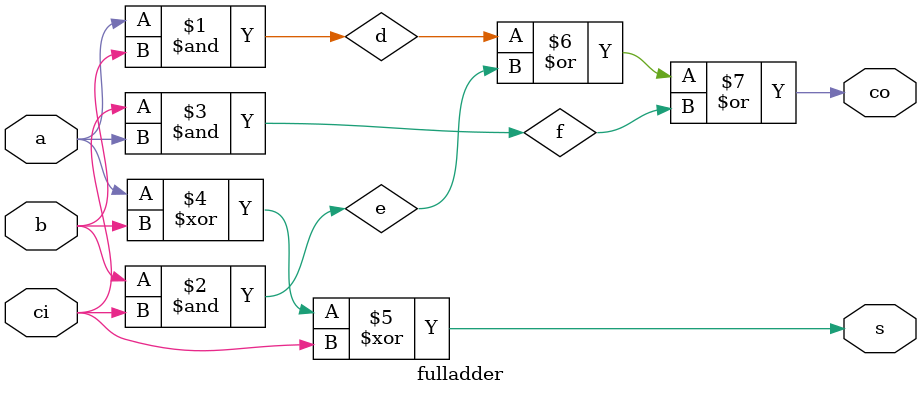
<source format=v>
`timescale 1ns / 1ps
module fulladder(
    input a,b,ci,
    output s,co
    );
	 wire d,e,f;
	 assign d=a&b;
	 assign e=b&ci;
	 assign f=ci&a;
	 assign s=a^b^ci;
	 assign co=d|e|f;


endmodule

</source>
